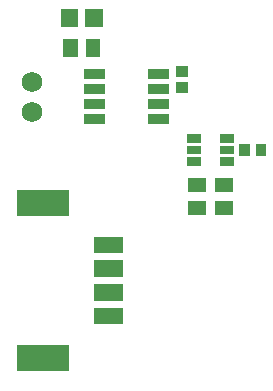
<source format=gts>
G04 Layer: TopSolderMaskLayer*
G04 EasyEDA v6.4.17, 2021-03-19T16:44:36--7:00*
G04 2dc819ba9ea4424db49a2a786f0bdddf,d6c3d315a7ad4e81bc1a44f6c2ba7827,10*
G04 Gerber Generator version 0.2*
G04 Scale: 100 percent, Rotated: No, Reflected: No *
G04 Dimensions in millimeters *
G04 leading zeros omitted , absolute positions ,4 integer and 5 decimal *
%FSLAX45Y45*%
%MOMM*%

%ADD31C,1.7272*%

%LPD*%
G36*
X2021331Y15243555D02*
G01*
X2021331Y15388844D01*
X2172461Y15388844D01*
X2172461Y15243555D01*
G37*
G36*
X1815337Y15243555D02*
G01*
X1815337Y15388844D01*
X1966468Y15388844D01*
X1966468Y15243555D01*
G37*
G36*
X3466591Y14148562D02*
G01*
X3466591Y14248637D01*
X3556761Y14248637D01*
X3556761Y14148562D01*
G37*
G36*
X3326638Y14148562D02*
G01*
X3326638Y14248637D01*
X3416808Y14248637D01*
X3416808Y14148562D01*
G37*
G36*
X2794761Y14680437D02*
G01*
X2794761Y14770607D01*
X2894838Y14770607D01*
X2894838Y14680437D01*
G37*
G36*
X2794761Y14820392D02*
G01*
X2794761Y14910562D01*
X2894838Y14910562D01*
X2894838Y14820392D01*
G37*
G36*
X2897886Y13839697D02*
G01*
X2897886Y13963142D01*
X3045713Y13963142D01*
X3045713Y13839697D01*
G37*
G36*
X2897886Y13646657D02*
G01*
X2897886Y13770102D01*
X3045713Y13770102D01*
X3045713Y13646657D01*
G37*
G36*
X3126486Y13839697D02*
G01*
X3126486Y13963142D01*
X3274313Y13963142D01*
X3274313Y13839697D01*
G37*
G36*
X3126486Y13646657D02*
G01*
X3126486Y13770102D01*
X3274313Y13770102D01*
X3274313Y13646657D01*
G37*
G36*
X1835657Y14988286D02*
G01*
X1835657Y15136113D01*
X1959102Y15136113D01*
X1959102Y14988286D01*
G37*
G36*
X2028697Y14988286D02*
G01*
X2028697Y15136113D01*
X2152141Y15136113D01*
X2152141Y14988286D01*
G37*
D31*
G01*
X1574012Y14778939D03*
G01*
X1574012Y14524939D03*
G36*
X2885947Y14066012D02*
G01*
X2885947Y14141195D01*
X3006343Y14141195D01*
X3006343Y14066012D01*
G37*
G36*
X2885947Y14161007D02*
G01*
X2885947Y14236192D01*
X3006343Y14236192D01*
X3006343Y14161007D01*
G37*
G36*
X2885947Y14256004D02*
G01*
X2885947Y14331187D01*
X3006343Y14331187D01*
X3006343Y14256004D01*
G37*
G36*
X3165856Y14256004D02*
G01*
X3165856Y14331187D01*
X3286252Y14331187D01*
X3286252Y14256004D01*
G37*
G36*
X3165856Y14161007D02*
G01*
X3165856Y14236192D01*
X3286252Y14236192D01*
X3286252Y14161007D01*
G37*
G36*
X3165856Y14066012D02*
G01*
X3165856Y14141195D01*
X3286252Y14141195D01*
X3286252Y14066012D01*
G37*
G36*
X2102104Y12723368D02*
G01*
X2102104Y12863576D01*
X2342388Y12863576D01*
X2342388Y12723368D01*
G37*
G36*
X2102104Y12923265D02*
G01*
X2102104Y13063474D01*
X2342388Y13063474D01*
X2342388Y12923265D01*
G37*
G36*
X2102104Y13123418D02*
G01*
X2102104Y13263626D01*
X2342388Y13263626D01*
X2342388Y13123418D01*
G37*
G36*
X2102104Y13323316D02*
G01*
X2102104Y13463524D01*
X2342388Y13463524D01*
X2342388Y13323316D01*
G37*
G36*
X1443989Y12323826D02*
G01*
X1443989Y12544297D01*
X1884426Y12544297D01*
X1884426Y12323826D01*
G37*
G36*
X1443989Y13643355D02*
G01*
X1443989Y13863828D01*
X1884426Y13863828D01*
X1884426Y13643355D01*
G37*
G36*
X2014474Y14799818D02*
G01*
X2014474Y14885162D01*
X2189734Y14885162D01*
X2189734Y14799818D01*
G37*
G36*
X2014474Y14672818D02*
G01*
X2014474Y14758162D01*
X2189734Y14758162D01*
X2189734Y14672818D01*
G37*
G36*
X2014474Y14545818D02*
G01*
X2014474Y14631162D01*
X2189734Y14631162D01*
X2189734Y14545818D01*
G37*
G36*
X2014474Y14418818D02*
G01*
X2014474Y14504162D01*
X2189734Y14504162D01*
X2189734Y14418818D01*
G37*
G36*
X2558541Y14418818D02*
G01*
X2558541Y14504162D01*
X2733802Y14504162D01*
X2733802Y14418818D01*
G37*
G36*
X2558541Y14545818D02*
G01*
X2558541Y14631162D01*
X2733802Y14631162D01*
X2733802Y14545818D01*
G37*
G36*
X2558541Y14672818D02*
G01*
X2558541Y14758162D01*
X2733802Y14758162D01*
X2733802Y14672818D01*
G37*
G36*
X2558541Y14799818D02*
G01*
X2558541Y14885162D01*
X2733802Y14885162D01*
X2733802Y14799818D01*
G37*
M02*

</source>
